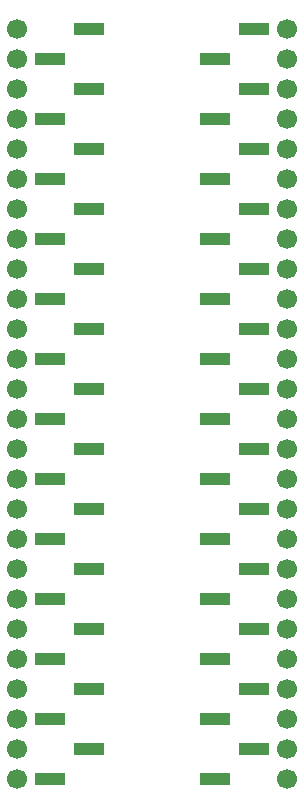
<source format=gbs>
G04 #@! TF.GenerationSoftware,KiCad,Pcbnew,9.0.6*
G04 #@! TF.CreationDate,2025-12-31T13:09:13-06:00*
G04 #@! TF.ProjectId,QFN-48_6x6,51464e2d-3438-45f3-9678-362e6b696361,rev?*
G04 #@! TF.SameCoordinates,Original*
G04 #@! TF.FileFunction,Soldermask,Bot*
G04 #@! TF.FilePolarity,Negative*
%FSLAX46Y46*%
G04 Gerber Fmt 4.6, Leading zero omitted, Abs format (unit mm)*
G04 Created by KiCad (PCBNEW 9.0.6) date 2025-12-31 13:09:13*
%MOMM*%
%LPD*%
G01*
G04 APERTURE LIST*
%ADD10C,1.700000*%
%ADD11R,2.510000X1.000000*%
G04 APERTURE END LIST*
D10*
X127000000Y-88900000D03*
X127000000Y-91440000D03*
X127000000Y-93980000D03*
X127000000Y-96520000D03*
X127000000Y-99060000D03*
X127000000Y-101600000D03*
X127000000Y-104140000D03*
X127000000Y-106680000D03*
X127000000Y-109220000D03*
X127000000Y-111760000D03*
X127000000Y-114300000D03*
X127000000Y-116840000D03*
X127000000Y-119380000D03*
X127000000Y-121920000D03*
X127000000Y-124460000D03*
X127000000Y-127000000D03*
X127000000Y-129540000D03*
X127000000Y-132080000D03*
X127000000Y-134620000D03*
X127000000Y-137160000D03*
X127000000Y-139700000D03*
X127000000Y-142240000D03*
X127000000Y-144780000D03*
X127000000Y-147320000D03*
X127000000Y-149860000D03*
X127000000Y-152400000D03*
X149860000Y-88900000D03*
X149860000Y-91440000D03*
X149860000Y-93980000D03*
X149860000Y-96520000D03*
X149860000Y-99060000D03*
X149860000Y-101600000D03*
X149860000Y-104140000D03*
X149860000Y-106680000D03*
X149860000Y-109220000D03*
X149860000Y-111760000D03*
X149860000Y-114300000D03*
X149860000Y-116840000D03*
X149860000Y-119380000D03*
X149860000Y-121920000D03*
X149860000Y-124460000D03*
X149860000Y-127000000D03*
X149860000Y-129540000D03*
X149860000Y-132080000D03*
X149860000Y-134620000D03*
X149860000Y-137160000D03*
X149860000Y-139700000D03*
X149860000Y-142240000D03*
X149860000Y-144780000D03*
X149860000Y-147320000D03*
X149860000Y-149860000D03*
X149860000Y-152400000D03*
D11*
X133099000Y-88900000D03*
X129789000Y-91440000D03*
X133099000Y-93980000D03*
X129789000Y-96520000D03*
X133099000Y-99060000D03*
X129789000Y-101600000D03*
X133099000Y-104140000D03*
X129789000Y-106680000D03*
X133099000Y-109220000D03*
X129789000Y-111760000D03*
X133099000Y-114300000D03*
X129789000Y-116840000D03*
X133099000Y-119380000D03*
X129789000Y-121920000D03*
X133099000Y-124460000D03*
X129789000Y-127000000D03*
X133099000Y-129540000D03*
X129789000Y-132080000D03*
X133099000Y-134620000D03*
X129789000Y-137160000D03*
X133099000Y-139700000D03*
X129789000Y-142240000D03*
X133099000Y-144780000D03*
X129789000Y-147320000D03*
X133099000Y-149860000D03*
X129789000Y-152400000D03*
X147071000Y-88900000D03*
X143761000Y-91440000D03*
X147071000Y-93980000D03*
X143761000Y-96520000D03*
X147071000Y-99060000D03*
X143761000Y-101600000D03*
X147071000Y-104140000D03*
X143761000Y-106680000D03*
X147071000Y-109220000D03*
X143761000Y-111760000D03*
X147071000Y-114300000D03*
X143761000Y-116840000D03*
X147071000Y-119380000D03*
X143761000Y-121920000D03*
X147071000Y-124460000D03*
X143761000Y-127000000D03*
X147071000Y-129540000D03*
X143761000Y-132080000D03*
X147071000Y-134620000D03*
X143761000Y-137160000D03*
X147071000Y-139700000D03*
X143761000Y-142240000D03*
X147071000Y-144780000D03*
X143761000Y-147320000D03*
X147071000Y-149860000D03*
X143761000Y-152400000D03*
M02*

</source>
